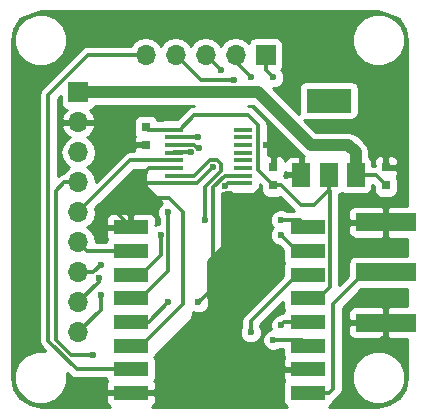
<source format=gbr>
G04 #@! TF.FileFunction,Copper,L1,Top,Signal*
%FSLAX46Y46*%
G04 Gerber Fmt 4.6, Leading zero omitted, Abs format (unit mm)*
G04 Created by KiCad (PCBNEW 4.0.7) date 05/08/18 00:09:52*
%MOMM*%
%LPD*%
G01*
G04 APERTURE LIST*
%ADD10C,0.100000*%
%ADD11R,0.750000X0.800000*%
%ADD12R,1.700000X1.700000*%
%ADD13O,1.700000X1.700000*%
%ADD14R,5.080000X1.500000*%
%ADD15R,3.800000X2.000000*%
%ADD16R,1.500000X2.000000*%
%ADD17R,1.500000X0.450000*%
%ADD18R,2.999740X1.198880*%
%ADD19C,0.600000*%
%ADD20C,1.080000*%
%ADD21C,0.300000*%
%ADD22C,1.000000*%
%ADD23C,0.254000*%
G04 APERTURE END LIST*
D10*
D11*
X120015000Y-88265000D03*
X120015000Y-86765000D03*
X140335000Y-90170000D03*
X140335000Y-91670000D03*
X130810000Y-90170000D03*
X130810000Y-91670000D03*
D12*
X114300000Y-83820000D03*
D13*
X114300000Y-86360000D03*
X114300000Y-88900000D03*
X114300000Y-91440000D03*
X114300000Y-93980000D03*
X114300000Y-96520000D03*
X114300000Y-99060000D03*
X114300000Y-101600000D03*
X114300000Y-104140000D03*
D12*
X130175000Y-80645000D03*
D13*
X127635000Y-80645000D03*
X125095000Y-80645000D03*
X122555000Y-80645000D03*
X120015000Y-80645000D03*
D14*
X140335000Y-103310000D03*
X140335000Y-94810000D03*
X140335000Y-99060000D03*
D15*
X135495000Y-84505000D03*
D16*
X135495000Y-90805000D03*
X137795000Y-90805000D03*
X133195000Y-90805000D03*
D17*
X122370000Y-86965000D03*
X122370000Y-87615000D03*
X122370000Y-88265000D03*
X122370000Y-88915000D03*
X122370000Y-89565000D03*
X122370000Y-90215000D03*
X122370000Y-90865000D03*
X122370000Y-91515000D03*
X128270000Y-91515000D03*
X128270000Y-90865000D03*
X128270000Y-90215000D03*
X128270000Y-89565000D03*
X128270000Y-88915000D03*
X128270000Y-88265000D03*
X128270000Y-87615000D03*
X128270000Y-86965000D03*
D18*
X118745000Y-95250000D03*
X118745000Y-97248980D03*
X118745000Y-99247960D03*
X118745000Y-101249480D03*
X118745000Y-103245920D03*
X118745000Y-105247440D03*
X118745000Y-107246420D03*
X118745000Y-109245400D03*
X133741160Y-109245400D03*
X133741160Y-107246420D03*
X133741160Y-105247440D03*
X133741160Y-103245920D03*
X133741160Y-101249480D03*
X133741160Y-99247960D03*
X133741160Y-97248980D03*
X133741160Y-95250000D03*
D19*
X109855000Y-102870000D03*
X109855000Y-87630000D03*
X109855000Y-95885000D03*
X140335000Y-85090000D03*
X129540000Y-108585000D03*
X125095000Y-108585000D03*
X133985000Y-80010000D03*
X116840000Y-88900000D03*
X116840000Y-93980000D03*
X119380000Y-92075000D03*
X130175000Y-88265000D03*
X125730000Y-90170000D03*
X117475000Y-87630000D03*
D20*
X137795000Y-105410000D03*
D19*
X128905000Y-104140000D03*
X115570000Y-106045000D03*
X124519620Y-88489633D03*
X116205000Y-98425000D03*
X126712613Y-91775767D03*
X116070378Y-99545368D03*
X125064989Y-94615000D03*
X116205000Y-100965000D03*
X131445000Y-95885000D03*
X130810000Y-82550000D03*
X131445000Y-94615000D03*
X128905000Y-82550000D03*
X130810000Y-104775000D03*
X126365014Y-81915000D03*
X131460010Y-103505000D03*
X127488033Y-82753780D03*
X121269990Y-95885000D03*
X124460000Y-87630000D03*
X123825000Y-88900000D03*
X121920000Y-93980000D03*
X121920000Y-101600000D03*
X124460000Y-101600000D03*
D21*
X128270000Y-108585000D02*
X125095000Y-108585000D01*
X116840000Y-93980000D02*
X117475000Y-93980000D01*
X117475000Y-93980000D02*
X118745000Y-95250000D01*
X122370000Y-91515000D02*
X119940000Y-91515000D01*
X119940000Y-91515000D02*
X119380000Y-92075000D01*
X130810000Y-90170000D02*
X130810000Y-88900000D01*
X130810000Y-88900000D02*
X130175000Y-88265000D01*
X122370000Y-91515000D02*
X124385000Y-91515000D01*
X124385000Y-91515000D02*
X125730000Y-90170000D01*
X120015000Y-88265000D02*
X118110000Y-88265000D01*
X118110000Y-88265000D02*
X117475000Y-87630000D01*
X140335000Y-103310000D02*
X140335000Y-104360000D01*
X140335000Y-104360000D02*
X139285000Y-105410000D01*
X139285000Y-105410000D02*
X137795000Y-105410000D01*
X129524998Y-86614996D02*
X128635002Y-85725000D01*
X129524998Y-90359998D02*
X129524998Y-86614996D01*
X130810000Y-91645000D02*
X129524998Y-90359998D01*
X122895000Y-86965000D02*
X122370000Y-86965000D01*
X130810000Y-91670000D02*
X130810000Y-91645000D01*
X128635002Y-85725000D02*
X124135000Y-85725000D01*
X124135000Y-85725000D02*
X122895000Y-86965000D01*
X133741160Y-101249480D02*
X134641590Y-101249480D01*
X134641590Y-101249480D02*
X135591031Y-100300039D01*
X135591031Y-100300039D02*
X135591031Y-92201031D01*
X135591031Y-92201031D02*
X135495000Y-92105000D01*
X135495000Y-92105000D02*
X135495000Y-90805000D01*
X122370000Y-86965000D02*
X120215000Y-86965000D01*
X120215000Y-86965000D02*
X120015000Y-86765000D01*
X134255000Y-93345000D02*
X133160000Y-93345000D01*
X133160000Y-93345000D02*
X131485000Y-91670000D01*
X131485000Y-91670000D02*
X130810000Y-91670000D01*
X135495000Y-92105000D02*
X134255000Y-93345000D01*
X137795000Y-90805000D02*
X139470000Y-90805000D01*
X139470000Y-90805000D02*
X140335000Y-91670000D01*
D22*
X114300000Y-83820000D02*
X129540000Y-83820000D01*
X129540000Y-83820000D02*
X133985000Y-88265000D01*
X133985000Y-88265000D02*
X137160000Y-88265000D01*
X137160000Y-88265000D02*
X137795000Y-88900000D01*
X137795000Y-88900000D02*
X137795000Y-90805000D01*
D21*
X128905000Y-104140000D02*
X128905000Y-103183690D01*
X128905000Y-103183690D02*
X132840730Y-99247960D01*
X132840730Y-99247960D02*
X133741160Y-99247960D01*
X112395000Y-104775000D02*
X113665000Y-106045000D01*
X113665000Y-106045000D02*
X115570000Y-106045000D01*
X112395000Y-92142919D02*
X112395000Y-104775000D01*
X114300000Y-91440000D02*
X113097919Y-91440000D01*
X113097919Y-91440000D02*
X112395000Y-92142919D01*
X114300000Y-93980000D02*
X118715000Y-89565000D01*
X118715000Y-89565000D02*
X122370000Y-89565000D01*
X118745000Y-97248980D02*
X115028980Y-97248980D01*
X115028980Y-97248980D02*
X114300000Y-96520000D01*
X124376635Y-88489633D02*
X124519620Y-88489633D01*
X124137001Y-88249999D02*
X124376635Y-88489633D01*
X123435001Y-88249999D02*
X124137001Y-88249999D01*
X123420000Y-88265000D02*
X123435001Y-88249999D01*
X122370000Y-88265000D02*
X123420000Y-88265000D01*
X114300000Y-99060000D02*
X115570000Y-99060000D01*
X115570000Y-99060000D02*
X116205000Y-98425000D01*
X128270000Y-91515000D02*
X126973380Y-91515000D01*
X126973380Y-91515000D02*
X126712613Y-91775767D01*
X114300000Y-101600000D02*
X116070378Y-99829622D01*
X116070378Y-99829622D02*
X116070378Y-99545368D01*
X124072996Y-90865000D02*
X125417998Y-89519998D01*
X126042002Y-89519998D02*
X126380002Y-89857998D01*
X126380002Y-89857998D02*
X126380002Y-90482002D01*
X122370000Y-90865000D02*
X124072996Y-90865000D01*
X125064989Y-94190736D02*
X125064989Y-94615000D01*
X125064989Y-91797015D02*
X125064989Y-94190736D01*
X125417998Y-89519998D02*
X126042002Y-89519998D01*
X126380002Y-90482002D02*
X125064989Y-91797015D01*
X114300000Y-104140000D02*
X116205000Y-102235000D01*
X116205000Y-102235000D02*
X116205000Y-100965000D01*
X131445000Y-95885000D02*
X132808980Y-97248980D01*
X132808980Y-97248980D02*
X133741160Y-97248980D01*
X130175000Y-80645000D02*
X130175000Y-81915000D01*
X130175000Y-81915000D02*
X130810000Y-82550000D01*
X131445000Y-94615000D02*
X133106160Y-94615000D01*
X133106160Y-94615000D02*
X133741160Y-95250000D01*
X127635000Y-80645000D02*
X127635000Y-81280000D01*
X127635000Y-81280000D02*
X128905000Y-82550000D01*
X130810000Y-104775000D02*
X133268720Y-104775000D01*
X133268720Y-104775000D02*
X133741160Y-105247440D01*
X125095000Y-80645000D02*
X126365000Y-81915000D01*
X126365000Y-81915000D02*
X126365014Y-81915000D01*
X131719090Y-103245920D02*
X131460010Y-103505000D01*
X133741160Y-103245920D02*
X131719090Y-103245920D01*
X127063769Y-82753780D02*
X127488033Y-82753780D01*
X124663780Y-82753780D02*
X127063769Y-82753780D01*
X122555000Y-80645000D02*
X124663780Y-82753780D01*
X118812919Y-80645000D02*
X120015000Y-80645000D01*
X115144998Y-80645000D02*
X118812919Y-80645000D01*
X111760000Y-84029998D02*
X115144998Y-80645000D01*
X111760000Y-104847122D02*
X111760000Y-84029998D01*
X114159298Y-107246420D02*
X111760000Y-104847122D01*
X118745000Y-107246420D02*
X114159298Y-107246420D01*
X133741160Y-109245400D02*
X135541030Y-109245400D01*
X135890000Y-108896430D02*
X135890000Y-101715000D01*
X135541030Y-109245400D02*
X135890000Y-108896430D01*
X138545000Y-99060000D02*
X140335000Y-99060000D01*
X135890000Y-101715000D02*
X138545000Y-99060000D01*
X119645430Y-99247960D02*
X121269990Y-97623400D01*
X121269990Y-97623400D02*
X121269990Y-96309264D01*
X118745000Y-99247960D02*
X119645430Y-99247960D01*
X121269990Y-96309264D02*
X121269990Y-95885000D01*
X124445000Y-87615000D02*
X124460000Y-87630000D01*
X122370000Y-87615000D02*
X124445000Y-87615000D01*
X123825000Y-88900000D02*
X122385000Y-88900000D01*
X122385000Y-88900000D02*
X122370000Y-88915000D01*
X118745000Y-101249480D02*
X119645430Y-101249480D01*
X119645430Y-101249480D02*
X121920000Y-98974910D01*
X121920000Y-98974910D02*
X121920000Y-93980000D01*
X121320000Y-90215000D02*
X122370000Y-90215000D01*
X120277996Y-90215000D02*
X121320000Y-90215000D01*
X118729998Y-92387002D02*
X118729998Y-91762998D01*
X119067998Y-92725002D02*
X118729998Y-92387002D01*
X121975000Y-92725002D02*
X119067998Y-92725002D01*
X123190000Y-93940002D02*
X121975000Y-92725002D01*
X123190000Y-101702870D02*
X123190000Y-93940002D01*
X119645430Y-105247440D02*
X123190000Y-101702870D01*
X118745000Y-105247440D02*
X119645430Y-105247440D01*
X118729998Y-91762998D02*
X120277996Y-90215000D01*
X124759999Y-101300001D02*
X124460000Y-101600000D01*
X125714999Y-100345001D02*
X124759999Y-101300001D01*
X125714999Y-91854127D02*
X125714999Y-100345001D01*
X128270000Y-90865000D02*
X126704126Y-90865000D01*
X126704126Y-90865000D02*
X125714999Y-91854127D01*
X121920000Y-101600000D02*
X120274080Y-103245920D01*
X120274080Y-103245920D02*
X118745000Y-103245920D01*
D23*
G36*
X141148816Y-77451809D02*
X141433183Y-77641817D01*
X141964512Y-78437007D01*
X142165000Y-79444931D01*
X142165000Y-93425000D01*
X140620750Y-93425000D01*
X140462000Y-93583750D01*
X140462000Y-94683000D01*
X140482000Y-94683000D01*
X140482000Y-94937000D01*
X140462000Y-94937000D01*
X140462000Y-96036250D01*
X140620750Y-96195000D01*
X142165000Y-96195000D01*
X142165000Y-97662560D01*
X137795000Y-97662560D01*
X137559683Y-97706838D01*
X137343559Y-97845910D01*
X137198569Y-98058110D01*
X137147560Y-98310000D01*
X137147560Y-99347282D01*
X136376031Y-100118811D01*
X136376031Y-95095750D01*
X137160000Y-95095750D01*
X137160000Y-95686309D01*
X137256673Y-95919698D01*
X137435301Y-96098327D01*
X137668690Y-96195000D01*
X140049250Y-96195000D01*
X140208000Y-96036250D01*
X140208000Y-94937000D01*
X137318750Y-94937000D01*
X137160000Y-95095750D01*
X136376031Y-95095750D01*
X136376031Y-93933691D01*
X137160000Y-93933691D01*
X137160000Y-94524250D01*
X137318750Y-94683000D01*
X140208000Y-94683000D01*
X140208000Y-93583750D01*
X140049250Y-93425000D01*
X137668690Y-93425000D01*
X137435301Y-93521673D01*
X137256673Y-93700302D01*
X137160000Y-93933691D01*
X136376031Y-93933691D01*
X136376031Y-92427785D01*
X136480317Y-92408162D01*
X136646477Y-92301241D01*
X136793110Y-92401431D01*
X137045000Y-92452440D01*
X138545000Y-92452440D01*
X138780317Y-92408162D01*
X138996441Y-92269090D01*
X139141431Y-92056890D01*
X139192440Y-91805000D01*
X139192440Y-91637598D01*
X139312560Y-91757718D01*
X139312560Y-92070000D01*
X139356838Y-92305317D01*
X139495910Y-92521441D01*
X139708110Y-92666431D01*
X139960000Y-92717440D01*
X140710000Y-92717440D01*
X140945317Y-92673162D01*
X141161441Y-92534090D01*
X141306431Y-92321890D01*
X141357440Y-92070000D01*
X141357440Y-91270000D01*
X141313162Y-91034683D01*
X141246671Y-90931354D01*
X141248327Y-90929698D01*
X141345000Y-90696309D01*
X141345000Y-90455750D01*
X141186250Y-90297000D01*
X140462000Y-90297000D01*
X140462000Y-90317000D01*
X140208000Y-90317000D01*
X140208000Y-90297000D01*
X140188000Y-90297000D01*
X140188000Y-90043000D01*
X140208000Y-90043000D01*
X140208000Y-89293750D01*
X140462000Y-89293750D01*
X140462000Y-90043000D01*
X141186250Y-90043000D01*
X141345000Y-89884250D01*
X141345000Y-89643691D01*
X141248327Y-89410302D01*
X141069699Y-89231673D01*
X140836310Y-89135000D01*
X140620750Y-89135000D01*
X140462000Y-89293750D01*
X140208000Y-89293750D01*
X140049250Y-89135000D01*
X139833690Y-89135000D01*
X139600301Y-89231673D01*
X139421673Y-89410302D01*
X139325000Y-89643691D01*
X139325000Y-89884250D01*
X139460750Y-90020000D01*
X139192440Y-90020000D01*
X139192440Y-89805000D01*
X139148162Y-89569683D01*
X139009090Y-89353559D01*
X138930000Y-89299519D01*
X138930000Y-88900000D01*
X138925208Y-88875910D01*
X138843604Y-88465655D01*
X138597566Y-88097434D01*
X137962566Y-87462434D01*
X137936224Y-87444833D01*
X137594346Y-87216397D01*
X137160000Y-87130000D01*
X134455132Y-87130000D01*
X133447754Y-86122622D01*
X133595000Y-86152440D01*
X137395000Y-86152440D01*
X137630317Y-86108162D01*
X137846441Y-85969090D01*
X137991431Y-85756890D01*
X138042440Y-85505000D01*
X138042440Y-83505000D01*
X137998162Y-83269683D01*
X137859090Y-83053559D01*
X137646890Y-82908569D01*
X137395000Y-82857560D01*
X133595000Y-82857560D01*
X133359683Y-82901838D01*
X133143559Y-83040910D01*
X132998569Y-83253110D01*
X132947560Y-83505000D01*
X132947560Y-85505000D01*
X132974777Y-85649645D01*
X130810133Y-83485001D01*
X130995167Y-83485162D01*
X131338943Y-83343117D01*
X131602192Y-83080327D01*
X131744838Y-82736799D01*
X131745162Y-82364833D01*
X131603117Y-82021057D01*
X131502779Y-81920543D01*
X131621431Y-81746890D01*
X131672440Y-81495000D01*
X131672440Y-79817619D01*
X137464613Y-79817619D01*
X137804155Y-80639372D01*
X138432321Y-81268636D01*
X139253481Y-81609611D01*
X140142619Y-81610387D01*
X140964372Y-81270845D01*
X141593636Y-80642679D01*
X141934611Y-79821519D01*
X141935387Y-78932381D01*
X141595845Y-78110628D01*
X140967679Y-77481364D01*
X140146519Y-77140389D01*
X139257381Y-77139613D01*
X138435628Y-77479155D01*
X137806364Y-78107321D01*
X137465389Y-78928481D01*
X137464613Y-79817619D01*
X131672440Y-79817619D01*
X131672440Y-79795000D01*
X131628162Y-79559683D01*
X131489090Y-79343559D01*
X131276890Y-79198569D01*
X131025000Y-79147560D01*
X129325000Y-79147560D01*
X129089683Y-79191838D01*
X128873559Y-79330910D01*
X128728569Y-79543110D01*
X128714914Y-79610541D01*
X128685054Y-79565853D01*
X128203285Y-79243946D01*
X127635000Y-79130907D01*
X127066715Y-79243946D01*
X126584946Y-79565853D01*
X126365000Y-79895026D01*
X126145054Y-79565853D01*
X125663285Y-79243946D01*
X125095000Y-79130907D01*
X124526715Y-79243946D01*
X124044946Y-79565853D01*
X123825000Y-79895026D01*
X123605054Y-79565853D01*
X123123285Y-79243946D01*
X122555000Y-79130907D01*
X121986715Y-79243946D01*
X121504946Y-79565853D01*
X121285000Y-79895026D01*
X121065054Y-79565853D01*
X120583285Y-79243946D01*
X120015000Y-79130907D01*
X119446715Y-79243946D01*
X118964946Y-79565853D01*
X118768404Y-79860000D01*
X115144998Y-79860000D01*
X114844591Y-79919755D01*
X114589919Y-80089921D01*
X111204921Y-83474919D01*
X111034755Y-83729591D01*
X110975000Y-84029998D01*
X110975000Y-104847122D01*
X111034755Y-105147529D01*
X111204921Y-105402201D01*
X111518062Y-105715342D01*
X110682381Y-105714613D01*
X109860628Y-106054155D01*
X109231364Y-106682321D01*
X108890389Y-107503481D01*
X108889613Y-108392619D01*
X109229155Y-109214372D01*
X109857321Y-109843636D01*
X110678481Y-110184611D01*
X111567619Y-110185387D01*
X112389372Y-109845845D01*
X113018636Y-109217679D01*
X113359611Y-108396519D01*
X113360343Y-107557623D01*
X113604219Y-107801499D01*
X113858892Y-107971665D01*
X114159298Y-108031420D01*
X116632606Y-108031420D01*
X116641968Y-108081177D01*
X116747651Y-108245413D01*
X116706803Y-108286261D01*
X116610130Y-108519650D01*
X116610130Y-108959650D01*
X116768880Y-109118400D01*
X118618000Y-109118400D01*
X118618000Y-109098400D01*
X118872000Y-109098400D01*
X118872000Y-109118400D01*
X120721120Y-109118400D01*
X120879870Y-108959650D01*
X120879870Y-108519650D01*
X120783197Y-108286261D01*
X120741195Y-108244260D01*
X120841301Y-108097750D01*
X120892310Y-107845860D01*
X120892310Y-106646980D01*
X120848032Y-106411663D01*
X120741078Y-106245452D01*
X120841301Y-106098770D01*
X120870207Y-105956027D01*
X121099949Y-105802519D01*
X123745079Y-103157389D01*
X123915245Y-102902716D01*
X123975000Y-102602310D01*
X123975000Y-102411014D01*
X124273201Y-102534838D01*
X124645167Y-102535162D01*
X124988943Y-102393117D01*
X125252192Y-102130327D01*
X125394838Y-101786799D01*
X125395162Y-101414833D01*
X125253117Y-101071057D01*
X125245000Y-101062926D01*
X125245000Y-98115158D01*
X126270078Y-97090080D01*
X126440244Y-96835407D01*
X126500000Y-96535001D01*
X126499999Y-96534996D01*
X126499999Y-92375118D01*
X126550167Y-92375162D01*
X126893943Y-92233117D01*
X126902074Y-92225000D01*
X127105025Y-92225000D01*
X127268110Y-92336431D01*
X127520000Y-92387440D01*
X129020000Y-92387440D01*
X129255317Y-92343162D01*
X129471441Y-92204090D01*
X129616431Y-91991890D01*
X129667440Y-91740000D01*
X129667440Y-91612598D01*
X129787560Y-91732718D01*
X129787560Y-92070000D01*
X129831838Y-92305317D01*
X129970910Y-92521441D01*
X130183110Y-92666431D01*
X130435000Y-92717440D01*
X131185000Y-92717440D01*
X131384705Y-92679863D01*
X132534842Y-93830000D01*
X131982506Y-93830000D01*
X131975327Y-93822808D01*
X131631799Y-93680162D01*
X131259833Y-93679838D01*
X130916057Y-93821883D01*
X130652808Y-94084673D01*
X130510162Y-94428201D01*
X130509838Y-94800167D01*
X130651883Y-95143943D01*
X130757710Y-95249954D01*
X130652808Y-95354673D01*
X130510162Y-95698201D01*
X130509838Y-96070167D01*
X130651883Y-96413943D01*
X130914673Y-96677192D01*
X131258201Y-96819838D01*
X131269690Y-96819848D01*
X131593850Y-97144008D01*
X131593850Y-97848420D01*
X131638128Y-98083737D01*
X131745082Y-98249948D01*
X131644859Y-98396630D01*
X131593850Y-98648520D01*
X131593850Y-99384682D01*
X128349921Y-102628611D01*
X128179755Y-102883283D01*
X128166500Y-102949921D01*
X128120000Y-103183690D01*
X128120000Y-103602494D01*
X128112808Y-103609673D01*
X127970162Y-103953201D01*
X127969838Y-104325167D01*
X128111883Y-104668943D01*
X128374673Y-104932192D01*
X128718201Y-105074838D01*
X129090167Y-105075162D01*
X129433943Y-104933117D01*
X129697192Y-104670327D01*
X129839838Y-104326799D01*
X129840162Y-103954833D01*
X129698117Y-103611057D01*
X129690000Y-103602926D01*
X129690000Y-103508848D01*
X131593850Y-101604998D01*
X131593850Y-101848920D01*
X131638128Y-102084237D01*
X131744240Y-102249140D01*
X131644859Y-102394590D01*
X131627747Y-102479089D01*
X131418684Y-102520675D01*
X131345014Y-102569899D01*
X131274843Y-102569838D01*
X130931067Y-102711883D01*
X130667818Y-102974673D01*
X130525172Y-103318201D01*
X130524848Y-103690167D01*
X130592253Y-103853300D01*
X130281057Y-103981883D01*
X130017808Y-104244673D01*
X129875162Y-104588201D01*
X129874838Y-104960167D01*
X130016883Y-105303943D01*
X130279673Y-105567192D01*
X130623201Y-105709838D01*
X130995167Y-105710162D01*
X131338943Y-105568117D01*
X131347074Y-105560000D01*
X131593850Y-105560000D01*
X131593850Y-105846880D01*
X131638128Y-106082197D01*
X131743811Y-106246433D01*
X131702963Y-106287281D01*
X131606290Y-106520670D01*
X131606290Y-106960670D01*
X131765040Y-107119420D01*
X133614160Y-107119420D01*
X133614160Y-107099420D01*
X133868160Y-107099420D01*
X133868160Y-107119420D01*
X133888160Y-107119420D01*
X133888160Y-107373420D01*
X133868160Y-107373420D01*
X133868160Y-107393420D01*
X133614160Y-107393420D01*
X133614160Y-107373420D01*
X131765040Y-107373420D01*
X131606290Y-107532170D01*
X131606290Y-107972170D01*
X131702963Y-108205559D01*
X131744965Y-108247560D01*
X131644859Y-108394070D01*
X131593850Y-108645960D01*
X131593850Y-109844840D01*
X131638128Y-110080157D01*
X131777200Y-110296281D01*
X131950951Y-110415000D01*
X120527716Y-110415000D01*
X120604568Y-110383167D01*
X120783197Y-110204539D01*
X120879870Y-109971150D01*
X120879870Y-109531150D01*
X120721120Y-109372400D01*
X118872000Y-109372400D01*
X118872000Y-109392400D01*
X118618000Y-109392400D01*
X118618000Y-109372400D01*
X116768880Y-109372400D01*
X116610130Y-109531150D01*
X116610130Y-109971150D01*
X116706803Y-110204539D01*
X116885432Y-110383167D01*
X116962284Y-110415000D01*
X111194931Y-110415000D01*
X110187007Y-110214512D01*
X109391817Y-109683183D01*
X108860488Y-108887993D01*
X108660000Y-107880069D01*
X108660000Y-79817619D01*
X108889613Y-79817619D01*
X109229155Y-80639372D01*
X109857321Y-81268636D01*
X110678481Y-81609611D01*
X111567619Y-81610387D01*
X112389372Y-81270845D01*
X113018636Y-80642679D01*
X113359611Y-79821519D01*
X113360387Y-78932381D01*
X113020845Y-78110628D01*
X112392679Y-77481364D01*
X111571519Y-77140389D01*
X110682381Y-77139613D01*
X109860628Y-77479155D01*
X109231364Y-78107321D01*
X108890389Y-78928481D01*
X108889613Y-79817619D01*
X108660000Y-79817619D01*
X108660000Y-79444931D01*
X108860488Y-78437007D01*
X109391817Y-77641817D01*
X109676184Y-77451809D01*
X111145610Y-76962000D01*
X139679390Y-76962000D01*
X141148816Y-77451809D01*
X141148816Y-77451809D01*
G37*
X141148816Y-77451809D02*
X141433183Y-77641817D01*
X141964512Y-78437007D01*
X142165000Y-79444931D01*
X142165000Y-93425000D01*
X140620750Y-93425000D01*
X140462000Y-93583750D01*
X140462000Y-94683000D01*
X140482000Y-94683000D01*
X140482000Y-94937000D01*
X140462000Y-94937000D01*
X140462000Y-96036250D01*
X140620750Y-96195000D01*
X142165000Y-96195000D01*
X142165000Y-97662560D01*
X137795000Y-97662560D01*
X137559683Y-97706838D01*
X137343559Y-97845910D01*
X137198569Y-98058110D01*
X137147560Y-98310000D01*
X137147560Y-99347282D01*
X136376031Y-100118811D01*
X136376031Y-95095750D01*
X137160000Y-95095750D01*
X137160000Y-95686309D01*
X137256673Y-95919698D01*
X137435301Y-96098327D01*
X137668690Y-96195000D01*
X140049250Y-96195000D01*
X140208000Y-96036250D01*
X140208000Y-94937000D01*
X137318750Y-94937000D01*
X137160000Y-95095750D01*
X136376031Y-95095750D01*
X136376031Y-93933691D01*
X137160000Y-93933691D01*
X137160000Y-94524250D01*
X137318750Y-94683000D01*
X140208000Y-94683000D01*
X140208000Y-93583750D01*
X140049250Y-93425000D01*
X137668690Y-93425000D01*
X137435301Y-93521673D01*
X137256673Y-93700302D01*
X137160000Y-93933691D01*
X136376031Y-93933691D01*
X136376031Y-92427785D01*
X136480317Y-92408162D01*
X136646477Y-92301241D01*
X136793110Y-92401431D01*
X137045000Y-92452440D01*
X138545000Y-92452440D01*
X138780317Y-92408162D01*
X138996441Y-92269090D01*
X139141431Y-92056890D01*
X139192440Y-91805000D01*
X139192440Y-91637598D01*
X139312560Y-91757718D01*
X139312560Y-92070000D01*
X139356838Y-92305317D01*
X139495910Y-92521441D01*
X139708110Y-92666431D01*
X139960000Y-92717440D01*
X140710000Y-92717440D01*
X140945317Y-92673162D01*
X141161441Y-92534090D01*
X141306431Y-92321890D01*
X141357440Y-92070000D01*
X141357440Y-91270000D01*
X141313162Y-91034683D01*
X141246671Y-90931354D01*
X141248327Y-90929698D01*
X141345000Y-90696309D01*
X141345000Y-90455750D01*
X141186250Y-90297000D01*
X140462000Y-90297000D01*
X140462000Y-90317000D01*
X140208000Y-90317000D01*
X140208000Y-90297000D01*
X140188000Y-90297000D01*
X140188000Y-90043000D01*
X140208000Y-90043000D01*
X140208000Y-89293750D01*
X140462000Y-89293750D01*
X140462000Y-90043000D01*
X141186250Y-90043000D01*
X141345000Y-89884250D01*
X141345000Y-89643691D01*
X141248327Y-89410302D01*
X141069699Y-89231673D01*
X140836310Y-89135000D01*
X140620750Y-89135000D01*
X140462000Y-89293750D01*
X140208000Y-89293750D01*
X140049250Y-89135000D01*
X139833690Y-89135000D01*
X139600301Y-89231673D01*
X139421673Y-89410302D01*
X139325000Y-89643691D01*
X139325000Y-89884250D01*
X139460750Y-90020000D01*
X139192440Y-90020000D01*
X139192440Y-89805000D01*
X139148162Y-89569683D01*
X139009090Y-89353559D01*
X138930000Y-89299519D01*
X138930000Y-88900000D01*
X138925208Y-88875910D01*
X138843604Y-88465655D01*
X138597566Y-88097434D01*
X137962566Y-87462434D01*
X137936224Y-87444833D01*
X137594346Y-87216397D01*
X137160000Y-87130000D01*
X134455132Y-87130000D01*
X133447754Y-86122622D01*
X133595000Y-86152440D01*
X137395000Y-86152440D01*
X137630317Y-86108162D01*
X137846441Y-85969090D01*
X137991431Y-85756890D01*
X138042440Y-85505000D01*
X138042440Y-83505000D01*
X137998162Y-83269683D01*
X137859090Y-83053559D01*
X137646890Y-82908569D01*
X137395000Y-82857560D01*
X133595000Y-82857560D01*
X133359683Y-82901838D01*
X133143559Y-83040910D01*
X132998569Y-83253110D01*
X132947560Y-83505000D01*
X132947560Y-85505000D01*
X132974777Y-85649645D01*
X130810133Y-83485001D01*
X130995167Y-83485162D01*
X131338943Y-83343117D01*
X131602192Y-83080327D01*
X131744838Y-82736799D01*
X131745162Y-82364833D01*
X131603117Y-82021057D01*
X131502779Y-81920543D01*
X131621431Y-81746890D01*
X131672440Y-81495000D01*
X131672440Y-79817619D01*
X137464613Y-79817619D01*
X137804155Y-80639372D01*
X138432321Y-81268636D01*
X139253481Y-81609611D01*
X140142619Y-81610387D01*
X140964372Y-81270845D01*
X141593636Y-80642679D01*
X141934611Y-79821519D01*
X141935387Y-78932381D01*
X141595845Y-78110628D01*
X140967679Y-77481364D01*
X140146519Y-77140389D01*
X139257381Y-77139613D01*
X138435628Y-77479155D01*
X137806364Y-78107321D01*
X137465389Y-78928481D01*
X137464613Y-79817619D01*
X131672440Y-79817619D01*
X131672440Y-79795000D01*
X131628162Y-79559683D01*
X131489090Y-79343559D01*
X131276890Y-79198569D01*
X131025000Y-79147560D01*
X129325000Y-79147560D01*
X129089683Y-79191838D01*
X128873559Y-79330910D01*
X128728569Y-79543110D01*
X128714914Y-79610541D01*
X128685054Y-79565853D01*
X128203285Y-79243946D01*
X127635000Y-79130907D01*
X127066715Y-79243946D01*
X126584946Y-79565853D01*
X126365000Y-79895026D01*
X126145054Y-79565853D01*
X125663285Y-79243946D01*
X125095000Y-79130907D01*
X124526715Y-79243946D01*
X124044946Y-79565853D01*
X123825000Y-79895026D01*
X123605054Y-79565853D01*
X123123285Y-79243946D01*
X122555000Y-79130907D01*
X121986715Y-79243946D01*
X121504946Y-79565853D01*
X121285000Y-79895026D01*
X121065054Y-79565853D01*
X120583285Y-79243946D01*
X120015000Y-79130907D01*
X119446715Y-79243946D01*
X118964946Y-79565853D01*
X118768404Y-79860000D01*
X115144998Y-79860000D01*
X114844591Y-79919755D01*
X114589919Y-80089921D01*
X111204921Y-83474919D01*
X111034755Y-83729591D01*
X110975000Y-84029998D01*
X110975000Y-104847122D01*
X111034755Y-105147529D01*
X111204921Y-105402201D01*
X111518062Y-105715342D01*
X110682381Y-105714613D01*
X109860628Y-106054155D01*
X109231364Y-106682321D01*
X108890389Y-107503481D01*
X108889613Y-108392619D01*
X109229155Y-109214372D01*
X109857321Y-109843636D01*
X110678481Y-110184611D01*
X111567619Y-110185387D01*
X112389372Y-109845845D01*
X113018636Y-109217679D01*
X113359611Y-108396519D01*
X113360343Y-107557623D01*
X113604219Y-107801499D01*
X113858892Y-107971665D01*
X114159298Y-108031420D01*
X116632606Y-108031420D01*
X116641968Y-108081177D01*
X116747651Y-108245413D01*
X116706803Y-108286261D01*
X116610130Y-108519650D01*
X116610130Y-108959650D01*
X116768880Y-109118400D01*
X118618000Y-109118400D01*
X118618000Y-109098400D01*
X118872000Y-109098400D01*
X118872000Y-109118400D01*
X120721120Y-109118400D01*
X120879870Y-108959650D01*
X120879870Y-108519650D01*
X120783197Y-108286261D01*
X120741195Y-108244260D01*
X120841301Y-108097750D01*
X120892310Y-107845860D01*
X120892310Y-106646980D01*
X120848032Y-106411663D01*
X120741078Y-106245452D01*
X120841301Y-106098770D01*
X120870207Y-105956027D01*
X121099949Y-105802519D01*
X123745079Y-103157389D01*
X123915245Y-102902716D01*
X123975000Y-102602310D01*
X123975000Y-102411014D01*
X124273201Y-102534838D01*
X124645167Y-102535162D01*
X124988943Y-102393117D01*
X125252192Y-102130327D01*
X125394838Y-101786799D01*
X125395162Y-101414833D01*
X125253117Y-101071057D01*
X125245000Y-101062926D01*
X125245000Y-98115158D01*
X126270078Y-97090080D01*
X126440244Y-96835407D01*
X126500000Y-96535001D01*
X126499999Y-96534996D01*
X126499999Y-92375118D01*
X126550167Y-92375162D01*
X126893943Y-92233117D01*
X126902074Y-92225000D01*
X127105025Y-92225000D01*
X127268110Y-92336431D01*
X127520000Y-92387440D01*
X129020000Y-92387440D01*
X129255317Y-92343162D01*
X129471441Y-92204090D01*
X129616431Y-91991890D01*
X129667440Y-91740000D01*
X129667440Y-91612598D01*
X129787560Y-91732718D01*
X129787560Y-92070000D01*
X129831838Y-92305317D01*
X129970910Y-92521441D01*
X130183110Y-92666431D01*
X130435000Y-92717440D01*
X131185000Y-92717440D01*
X131384705Y-92679863D01*
X132534842Y-93830000D01*
X131982506Y-93830000D01*
X131975327Y-93822808D01*
X131631799Y-93680162D01*
X131259833Y-93679838D01*
X130916057Y-93821883D01*
X130652808Y-94084673D01*
X130510162Y-94428201D01*
X130509838Y-94800167D01*
X130651883Y-95143943D01*
X130757710Y-95249954D01*
X130652808Y-95354673D01*
X130510162Y-95698201D01*
X130509838Y-96070167D01*
X130651883Y-96413943D01*
X130914673Y-96677192D01*
X131258201Y-96819838D01*
X131269690Y-96819848D01*
X131593850Y-97144008D01*
X131593850Y-97848420D01*
X131638128Y-98083737D01*
X131745082Y-98249948D01*
X131644859Y-98396630D01*
X131593850Y-98648520D01*
X131593850Y-99384682D01*
X128349921Y-102628611D01*
X128179755Y-102883283D01*
X128166500Y-102949921D01*
X128120000Y-103183690D01*
X128120000Y-103602494D01*
X128112808Y-103609673D01*
X127970162Y-103953201D01*
X127969838Y-104325167D01*
X128111883Y-104668943D01*
X128374673Y-104932192D01*
X128718201Y-105074838D01*
X129090167Y-105075162D01*
X129433943Y-104933117D01*
X129697192Y-104670327D01*
X129839838Y-104326799D01*
X129840162Y-103954833D01*
X129698117Y-103611057D01*
X129690000Y-103602926D01*
X129690000Y-103508848D01*
X131593850Y-101604998D01*
X131593850Y-101848920D01*
X131638128Y-102084237D01*
X131744240Y-102249140D01*
X131644859Y-102394590D01*
X131627747Y-102479089D01*
X131418684Y-102520675D01*
X131345014Y-102569899D01*
X131274843Y-102569838D01*
X130931067Y-102711883D01*
X130667818Y-102974673D01*
X130525172Y-103318201D01*
X130524848Y-103690167D01*
X130592253Y-103853300D01*
X130281057Y-103981883D01*
X130017808Y-104244673D01*
X129875162Y-104588201D01*
X129874838Y-104960167D01*
X130016883Y-105303943D01*
X130279673Y-105567192D01*
X130623201Y-105709838D01*
X130995167Y-105710162D01*
X131338943Y-105568117D01*
X131347074Y-105560000D01*
X131593850Y-105560000D01*
X131593850Y-105846880D01*
X131638128Y-106082197D01*
X131743811Y-106246433D01*
X131702963Y-106287281D01*
X131606290Y-106520670D01*
X131606290Y-106960670D01*
X131765040Y-107119420D01*
X133614160Y-107119420D01*
X133614160Y-107099420D01*
X133868160Y-107099420D01*
X133868160Y-107119420D01*
X133888160Y-107119420D01*
X133888160Y-107373420D01*
X133868160Y-107373420D01*
X133868160Y-107393420D01*
X133614160Y-107393420D01*
X133614160Y-107373420D01*
X131765040Y-107373420D01*
X131606290Y-107532170D01*
X131606290Y-107972170D01*
X131702963Y-108205559D01*
X131744965Y-108247560D01*
X131644859Y-108394070D01*
X131593850Y-108645960D01*
X131593850Y-109844840D01*
X131638128Y-110080157D01*
X131777200Y-110296281D01*
X131950951Y-110415000D01*
X120527716Y-110415000D01*
X120604568Y-110383167D01*
X120783197Y-110204539D01*
X120879870Y-109971150D01*
X120879870Y-109531150D01*
X120721120Y-109372400D01*
X118872000Y-109372400D01*
X118872000Y-109392400D01*
X118618000Y-109392400D01*
X118618000Y-109372400D01*
X116768880Y-109372400D01*
X116610130Y-109531150D01*
X116610130Y-109971150D01*
X116706803Y-110204539D01*
X116885432Y-110383167D01*
X116962284Y-110415000D01*
X111194931Y-110415000D01*
X110187007Y-110214512D01*
X109391817Y-109683183D01*
X108860488Y-108887993D01*
X108660000Y-107880069D01*
X108660000Y-79817619D01*
X108889613Y-79817619D01*
X109229155Y-80639372D01*
X109857321Y-81268636D01*
X110678481Y-81609611D01*
X111567619Y-81610387D01*
X112389372Y-81270845D01*
X113018636Y-80642679D01*
X113359611Y-79821519D01*
X113360387Y-78932381D01*
X113020845Y-78110628D01*
X112392679Y-77481364D01*
X111571519Y-77140389D01*
X110682381Y-77139613D01*
X109860628Y-77479155D01*
X109231364Y-78107321D01*
X108890389Y-78928481D01*
X108889613Y-79817619D01*
X108660000Y-79817619D01*
X108660000Y-79444931D01*
X108860488Y-78437007D01*
X109391817Y-77641817D01*
X109676184Y-77451809D01*
X111145610Y-76962000D01*
X139679390Y-76962000D01*
X141148816Y-77451809D01*
G36*
X142165000Y-101925000D02*
X140620750Y-101925000D01*
X140462000Y-102083750D01*
X140462000Y-103183000D01*
X140482000Y-103183000D01*
X140482000Y-103437000D01*
X140462000Y-103437000D01*
X140462000Y-104536250D01*
X140620750Y-104695000D01*
X142165000Y-104695000D01*
X142165000Y-107880069D01*
X141964512Y-108887993D01*
X141433183Y-109683183D01*
X140637993Y-110214512D01*
X139630069Y-110415000D01*
X135527634Y-110415000D01*
X135692471Y-110308930D01*
X135837461Y-110096730D01*
X135866367Y-109953987D01*
X136096109Y-109800479D01*
X136445079Y-109451509D01*
X136615245Y-109196837D01*
X136675000Y-108896430D01*
X136675000Y-108392619D01*
X137464613Y-108392619D01*
X137804155Y-109214372D01*
X138432321Y-109843636D01*
X139253481Y-110184611D01*
X140142619Y-110185387D01*
X140964372Y-109845845D01*
X141593636Y-109217679D01*
X141934611Y-108396519D01*
X141935387Y-107507381D01*
X141595845Y-106685628D01*
X140967679Y-106056364D01*
X140146519Y-105715389D01*
X139257381Y-105714613D01*
X138435628Y-106054155D01*
X137806364Y-106682321D01*
X137465389Y-107503481D01*
X137464613Y-108392619D01*
X136675000Y-108392619D01*
X136675000Y-103595750D01*
X137160000Y-103595750D01*
X137160000Y-104186309D01*
X137256673Y-104419698D01*
X137435301Y-104598327D01*
X137668690Y-104695000D01*
X140049250Y-104695000D01*
X140208000Y-104536250D01*
X140208000Y-103437000D01*
X137318750Y-103437000D01*
X137160000Y-103595750D01*
X136675000Y-103595750D01*
X136675000Y-102433691D01*
X137160000Y-102433691D01*
X137160000Y-103024250D01*
X137318750Y-103183000D01*
X140208000Y-103183000D01*
X140208000Y-102083750D01*
X140049250Y-101925000D01*
X137668690Y-101925000D01*
X137435301Y-102021673D01*
X137256673Y-102200302D01*
X137160000Y-102433691D01*
X136675000Y-102433691D01*
X136675000Y-102040158D01*
X138257718Y-100457440D01*
X142165000Y-100457440D01*
X142165000Y-101925000D01*
X142165000Y-101925000D01*
G37*
X142165000Y-101925000D02*
X140620750Y-101925000D01*
X140462000Y-102083750D01*
X140462000Y-103183000D01*
X140482000Y-103183000D01*
X140482000Y-103437000D01*
X140462000Y-103437000D01*
X140462000Y-104536250D01*
X140620750Y-104695000D01*
X142165000Y-104695000D01*
X142165000Y-107880069D01*
X141964512Y-108887993D01*
X141433183Y-109683183D01*
X140637993Y-110214512D01*
X139630069Y-110415000D01*
X135527634Y-110415000D01*
X135692471Y-110308930D01*
X135837461Y-110096730D01*
X135866367Y-109953987D01*
X136096109Y-109800479D01*
X136445079Y-109451509D01*
X136615245Y-109196837D01*
X136675000Y-108896430D01*
X136675000Y-108392619D01*
X137464613Y-108392619D01*
X137804155Y-109214372D01*
X138432321Y-109843636D01*
X139253481Y-110184611D01*
X140142619Y-110185387D01*
X140964372Y-109845845D01*
X141593636Y-109217679D01*
X141934611Y-108396519D01*
X141935387Y-107507381D01*
X141595845Y-106685628D01*
X140967679Y-106056364D01*
X140146519Y-105715389D01*
X139257381Y-105714613D01*
X138435628Y-106054155D01*
X137806364Y-106682321D01*
X137465389Y-107503481D01*
X137464613Y-108392619D01*
X136675000Y-108392619D01*
X136675000Y-103595750D01*
X137160000Y-103595750D01*
X137160000Y-104186309D01*
X137256673Y-104419698D01*
X137435301Y-104598327D01*
X137668690Y-104695000D01*
X140049250Y-104695000D01*
X140208000Y-104536250D01*
X140208000Y-103437000D01*
X137318750Y-103437000D01*
X137160000Y-103595750D01*
X136675000Y-103595750D01*
X136675000Y-102433691D01*
X137160000Y-102433691D01*
X137160000Y-103024250D01*
X137318750Y-103183000D01*
X140208000Y-103183000D01*
X140208000Y-102083750D01*
X140049250Y-101925000D01*
X137668690Y-101925000D01*
X137435301Y-102021673D01*
X137256673Y-102200302D01*
X137160000Y-102433691D01*
X136675000Y-102433691D01*
X136675000Y-102040158D01*
X138257718Y-100457440D01*
X142165000Y-100457440D01*
X142165000Y-101925000D01*
G36*
X120004755Y-90504593D02*
X120004755Y-90504594D01*
X119945000Y-90805000D01*
X119945000Y-91480002D01*
X120004755Y-91780409D01*
X120174921Y-92035081D01*
X121358862Y-93219022D01*
X121127808Y-93449673D01*
X120985162Y-93793201D01*
X120984838Y-94165167D01*
X121126883Y-94508943D01*
X121135000Y-94517074D01*
X121135000Y-94949882D01*
X121084823Y-94949838D01*
X120760116Y-95084004D01*
X120879870Y-94964250D01*
X120879870Y-94524250D01*
X120783197Y-94290861D01*
X120604568Y-94112233D01*
X120371179Y-94015560D01*
X119030750Y-94015560D01*
X118872000Y-94174310D01*
X118872000Y-95123000D01*
X118892000Y-95123000D01*
X118892000Y-95377000D01*
X118872000Y-95377000D01*
X118872000Y-95397000D01*
X118618000Y-95397000D01*
X118618000Y-95377000D01*
X116768880Y-95377000D01*
X116610130Y-95535750D01*
X116610130Y-95975750D01*
X116706803Y-96209139D01*
X116748805Y-96251140D01*
X116648699Y-96397650D01*
X116635267Y-96463980D01*
X115802950Y-96463980D01*
X115701054Y-95951715D01*
X115379147Y-95469946D01*
X115049974Y-95250000D01*
X115379147Y-95030054D01*
X115701054Y-94548285D01*
X115705834Y-94524250D01*
X116610130Y-94524250D01*
X116610130Y-94964250D01*
X116768880Y-95123000D01*
X118618000Y-95123000D01*
X118618000Y-94174310D01*
X118459250Y-94015560D01*
X117118821Y-94015560D01*
X116885432Y-94112233D01*
X116706803Y-94290861D01*
X116610130Y-94524250D01*
X115705834Y-94524250D01*
X115814093Y-93980000D01*
X115747076Y-93643082D01*
X119040158Y-90350000D01*
X120108051Y-90350000D01*
X120004755Y-90504593D01*
X120004755Y-90504593D01*
G37*
X120004755Y-90504593D02*
X120004755Y-90504594D01*
X119945000Y-90805000D01*
X119945000Y-91480002D01*
X120004755Y-91780409D01*
X120174921Y-92035081D01*
X121358862Y-93219022D01*
X121127808Y-93449673D01*
X120985162Y-93793201D01*
X120984838Y-94165167D01*
X121126883Y-94508943D01*
X121135000Y-94517074D01*
X121135000Y-94949882D01*
X121084823Y-94949838D01*
X120760116Y-95084004D01*
X120879870Y-94964250D01*
X120879870Y-94524250D01*
X120783197Y-94290861D01*
X120604568Y-94112233D01*
X120371179Y-94015560D01*
X119030750Y-94015560D01*
X118872000Y-94174310D01*
X118872000Y-95123000D01*
X118892000Y-95123000D01*
X118892000Y-95377000D01*
X118872000Y-95377000D01*
X118872000Y-95397000D01*
X118618000Y-95397000D01*
X118618000Y-95377000D01*
X116768880Y-95377000D01*
X116610130Y-95535750D01*
X116610130Y-95975750D01*
X116706803Y-96209139D01*
X116748805Y-96251140D01*
X116648699Y-96397650D01*
X116635267Y-96463980D01*
X115802950Y-96463980D01*
X115701054Y-95951715D01*
X115379147Y-95469946D01*
X115049974Y-95250000D01*
X115379147Y-95030054D01*
X115701054Y-94548285D01*
X115705834Y-94524250D01*
X116610130Y-94524250D01*
X116610130Y-94964250D01*
X116768880Y-95123000D01*
X118618000Y-95123000D01*
X118618000Y-94174310D01*
X118459250Y-94015560D01*
X117118821Y-94015560D01*
X116885432Y-94112233D01*
X116706803Y-94290861D01*
X116610130Y-94524250D01*
X115705834Y-94524250D01*
X115814093Y-93980000D01*
X115747076Y-93643082D01*
X119040158Y-90350000D01*
X120108051Y-90350000D01*
X120004755Y-90504593D01*
G36*
X112802560Y-84670000D02*
X112846838Y-84905317D01*
X112985910Y-85121441D01*
X113198110Y-85266431D01*
X113306107Y-85288301D01*
X113028355Y-85593076D01*
X112858524Y-86003110D01*
X112979845Y-86233000D01*
X114173000Y-86233000D01*
X114173000Y-86213000D01*
X114427000Y-86213000D01*
X114427000Y-86233000D01*
X115620155Y-86233000D01*
X115741476Y-86003110D01*
X115571645Y-85593076D01*
X115295499Y-85290063D01*
X115385317Y-85273162D01*
X115601441Y-85134090D01*
X115723808Y-84955000D01*
X124059591Y-84955000D01*
X123834594Y-84999755D01*
X123579921Y-85169921D01*
X122657282Y-86092560D01*
X121620000Y-86092560D01*
X121384683Y-86136838D01*
X121317607Y-86180000D01*
X121002630Y-86180000D01*
X120993162Y-86129683D01*
X120854090Y-85913559D01*
X120641890Y-85768569D01*
X120390000Y-85717560D01*
X119640000Y-85717560D01*
X119404683Y-85761838D01*
X119188559Y-85900910D01*
X119043569Y-86113110D01*
X118992560Y-86365000D01*
X118992560Y-87165000D01*
X119036838Y-87400317D01*
X119103329Y-87503646D01*
X119101673Y-87505302D01*
X119005000Y-87738691D01*
X119005000Y-87979250D01*
X119163750Y-88138000D01*
X119888000Y-88138000D01*
X119888000Y-88118000D01*
X120142000Y-88118000D01*
X120142000Y-88138000D01*
X120162000Y-88138000D01*
X120162000Y-88392000D01*
X120142000Y-88392000D01*
X120142000Y-88412000D01*
X119888000Y-88412000D01*
X119888000Y-88392000D01*
X119163750Y-88392000D01*
X119005000Y-88550750D01*
X119005000Y-88780000D01*
X118715000Y-88780000D01*
X118414594Y-88839755D01*
X118159921Y-89009921D01*
X115800115Y-91369727D01*
X115701054Y-90871715D01*
X115379147Y-90389946D01*
X115049974Y-90170000D01*
X115379147Y-89950054D01*
X115701054Y-89468285D01*
X115814093Y-88900000D01*
X115701054Y-88331715D01*
X115379147Y-87849946D01*
X115038447Y-87622298D01*
X115181358Y-87555183D01*
X115571645Y-87126924D01*
X115741476Y-86716890D01*
X115620155Y-86487000D01*
X114427000Y-86487000D01*
X114427000Y-86507000D01*
X114173000Y-86507000D01*
X114173000Y-86487000D01*
X112979845Y-86487000D01*
X112858524Y-86716890D01*
X113028355Y-87126924D01*
X113418642Y-87555183D01*
X113561553Y-87622298D01*
X113220853Y-87849946D01*
X112898946Y-88331715D01*
X112785907Y-88900000D01*
X112898946Y-89468285D01*
X113220853Y-89950054D01*
X113550026Y-90170000D01*
X113220853Y-90389946D01*
X113035447Y-90667426D01*
X112797513Y-90714755D01*
X112545000Y-90883478D01*
X112545000Y-84355156D01*
X112802560Y-84097596D01*
X112802560Y-84670000D01*
X112802560Y-84670000D01*
G37*
X112802560Y-84670000D02*
X112846838Y-84905317D01*
X112985910Y-85121441D01*
X113198110Y-85266431D01*
X113306107Y-85288301D01*
X113028355Y-85593076D01*
X112858524Y-86003110D01*
X112979845Y-86233000D01*
X114173000Y-86233000D01*
X114173000Y-86213000D01*
X114427000Y-86213000D01*
X114427000Y-86233000D01*
X115620155Y-86233000D01*
X115741476Y-86003110D01*
X115571645Y-85593076D01*
X115295499Y-85290063D01*
X115385317Y-85273162D01*
X115601441Y-85134090D01*
X115723808Y-84955000D01*
X124059591Y-84955000D01*
X123834594Y-84999755D01*
X123579921Y-85169921D01*
X122657282Y-86092560D01*
X121620000Y-86092560D01*
X121384683Y-86136838D01*
X121317607Y-86180000D01*
X121002630Y-86180000D01*
X120993162Y-86129683D01*
X120854090Y-85913559D01*
X120641890Y-85768569D01*
X120390000Y-85717560D01*
X119640000Y-85717560D01*
X119404683Y-85761838D01*
X119188559Y-85900910D01*
X119043569Y-86113110D01*
X118992560Y-86365000D01*
X118992560Y-87165000D01*
X119036838Y-87400317D01*
X119103329Y-87503646D01*
X119101673Y-87505302D01*
X119005000Y-87738691D01*
X119005000Y-87979250D01*
X119163750Y-88138000D01*
X119888000Y-88138000D01*
X119888000Y-88118000D01*
X120142000Y-88118000D01*
X120142000Y-88138000D01*
X120162000Y-88138000D01*
X120162000Y-88392000D01*
X120142000Y-88392000D01*
X120142000Y-88412000D01*
X119888000Y-88412000D01*
X119888000Y-88392000D01*
X119163750Y-88392000D01*
X119005000Y-88550750D01*
X119005000Y-88780000D01*
X118715000Y-88780000D01*
X118414594Y-88839755D01*
X118159921Y-89009921D01*
X115800115Y-91369727D01*
X115701054Y-90871715D01*
X115379147Y-90389946D01*
X115049974Y-90170000D01*
X115379147Y-89950054D01*
X115701054Y-89468285D01*
X115814093Y-88900000D01*
X115701054Y-88331715D01*
X115379147Y-87849946D01*
X115038447Y-87622298D01*
X115181358Y-87555183D01*
X115571645Y-87126924D01*
X115741476Y-86716890D01*
X115620155Y-86487000D01*
X114427000Y-86487000D01*
X114427000Y-86507000D01*
X114173000Y-86507000D01*
X114173000Y-86487000D01*
X112979845Y-86487000D01*
X112858524Y-86716890D01*
X113028355Y-87126924D01*
X113418642Y-87555183D01*
X113561553Y-87622298D01*
X113220853Y-87849946D01*
X112898946Y-88331715D01*
X112785907Y-88900000D01*
X112898946Y-89468285D01*
X113220853Y-89950054D01*
X113550026Y-90170000D01*
X113220853Y-90389946D01*
X113035447Y-90667426D01*
X112797513Y-90714755D01*
X112545000Y-90883478D01*
X112545000Y-84355156D01*
X112802560Y-84097596D01*
X112802560Y-84670000D01*
G36*
X133182434Y-89067566D02*
X133422666Y-89228084D01*
X133322000Y-89328750D01*
X133322000Y-90678000D01*
X133342000Y-90678000D01*
X133342000Y-90932000D01*
X133322000Y-90932000D01*
X133322000Y-90952000D01*
X133068000Y-90952000D01*
X133068000Y-90932000D01*
X131968750Y-90932000D01*
X131887667Y-91013083D01*
X131785407Y-90944755D01*
X131722205Y-90932183D01*
X131721671Y-90931354D01*
X131723327Y-90929698D01*
X131820000Y-90696309D01*
X131820000Y-90529250D01*
X131968750Y-90678000D01*
X133068000Y-90678000D01*
X133068000Y-89328750D01*
X132909250Y-89170000D01*
X132318690Y-89170000D01*
X132085301Y-89266673D01*
X131906673Y-89445302D01*
X131820000Y-89654549D01*
X131820000Y-89643691D01*
X131723327Y-89410302D01*
X131544699Y-89231673D01*
X131311310Y-89135000D01*
X131095750Y-89135000D01*
X130937000Y-89293750D01*
X130937000Y-90043000D01*
X130957000Y-90043000D01*
X130957000Y-90297000D01*
X130937000Y-90297000D01*
X130937000Y-90317000D01*
X130683000Y-90317000D01*
X130683000Y-90297000D01*
X130663000Y-90297000D01*
X130663000Y-90043000D01*
X130683000Y-90043000D01*
X130683000Y-89293750D01*
X130524250Y-89135000D01*
X130325000Y-89135000D01*
X130325000Y-86629998D01*
X130265245Y-86329592D01*
X130095079Y-86074919D01*
X129190081Y-85169921D01*
X128935409Y-84999755D01*
X128710412Y-84955000D01*
X129069868Y-84955000D01*
X133182434Y-89067566D01*
X133182434Y-89067566D01*
G37*
X133182434Y-89067566D02*
X133422666Y-89228084D01*
X133322000Y-89328750D01*
X133322000Y-90678000D01*
X133342000Y-90678000D01*
X133342000Y-90932000D01*
X133322000Y-90932000D01*
X133322000Y-90952000D01*
X133068000Y-90952000D01*
X133068000Y-90932000D01*
X131968750Y-90932000D01*
X131887667Y-91013083D01*
X131785407Y-90944755D01*
X131722205Y-90932183D01*
X131721671Y-90931354D01*
X131723327Y-90929698D01*
X131820000Y-90696309D01*
X131820000Y-90529250D01*
X131968750Y-90678000D01*
X133068000Y-90678000D01*
X133068000Y-89328750D01*
X132909250Y-89170000D01*
X132318690Y-89170000D01*
X132085301Y-89266673D01*
X131906673Y-89445302D01*
X131820000Y-89654549D01*
X131820000Y-89643691D01*
X131723327Y-89410302D01*
X131544699Y-89231673D01*
X131311310Y-89135000D01*
X131095750Y-89135000D01*
X130937000Y-89293750D01*
X130937000Y-90043000D01*
X130957000Y-90043000D01*
X130957000Y-90297000D01*
X130937000Y-90297000D01*
X130937000Y-90317000D01*
X130683000Y-90317000D01*
X130683000Y-90297000D01*
X130663000Y-90297000D01*
X130663000Y-90043000D01*
X130683000Y-90043000D01*
X130683000Y-89293750D01*
X130524250Y-89135000D01*
X130325000Y-89135000D01*
X130325000Y-86629998D01*
X130265245Y-86329592D01*
X130095079Y-86074919D01*
X129190081Y-85169921D01*
X128935409Y-84999755D01*
X128710412Y-84955000D01*
X129069868Y-84955000D01*
X133182434Y-89067566D01*
M02*

</source>
